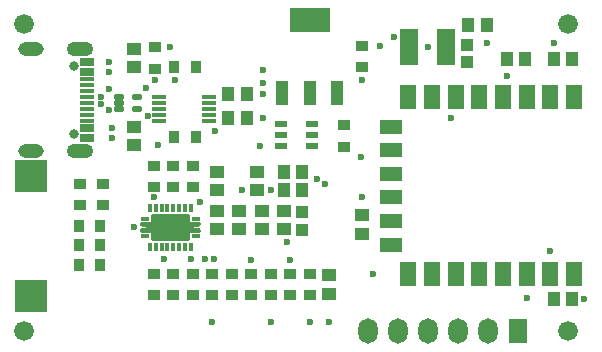
<source format=gts>
G04 Layer_Color=8388736*
%FSLAX25Y25*%
%MOIN*%
G70*
G01*
G75*
%ADD18R,0.04028X0.02197*%
%ADD48R,0.04528X0.01575*%
%ADD49R,0.04528X0.04331*%
%ADD50R,0.04134X0.03347*%
%ADD51R,0.04331X0.04528*%
%ADD52R,0.04331X0.04331*%
%ADD53R,0.05866X0.12480*%
%ADD54R,0.13189X0.07874*%
%ADD55R,0.04134X0.07874*%
G04:AMPARAMS|DCode=56|XSize=86.61mil|YSize=125.98mil|CornerRadius=4.97mil|HoleSize=0mil|Usage=FLASHONLY|Rotation=90.000|XOffset=0mil|YOffset=0mil|HoleType=Round|Shape=RoundedRectangle|*
%AMROUNDEDRECTD56*
21,1,0.08661,0.11604,0,0,90.0*
21,1,0.07667,0.12598,0,0,90.0*
1,1,0.00994,0.05802,0.03834*
1,1,0.00994,0.05802,-0.03834*
1,1,0.00994,-0.05802,-0.03834*
1,1,0.00994,-0.05802,0.03834*
%
%ADD56ROUNDEDRECTD56*%
G04:AMPARAMS|DCode=57|XSize=29.53mil|YSize=15.35mil|CornerRadius=4.94mil|HoleSize=0mil|Usage=FLASHONLY|Rotation=90.000|XOffset=0mil|YOffset=0mil|HoleType=Round|Shape=RoundedRectangle|*
%AMROUNDEDRECTD57*
21,1,0.02953,0.00548,0,0,90.0*
21,1,0.01965,0.01535,0,0,90.0*
1,1,0.00987,0.00274,0.00983*
1,1,0.00987,0.00274,-0.00983*
1,1,0.00987,-0.00274,-0.00983*
1,1,0.00987,-0.00274,0.00983*
%
%ADD57ROUNDEDRECTD57*%
G04:AMPARAMS|DCode=58|XSize=15.35mil|YSize=29.53mil|CornerRadius=4.94mil|HoleSize=0mil|Usage=FLASHONLY|Rotation=90.000|XOffset=0mil|YOffset=0mil|HoleType=Round|Shape=RoundedRectangle|*
%AMROUNDEDRECTD58*
21,1,0.01535,0.01965,0,0,90.0*
21,1,0.00548,0.02953,0,0,90.0*
1,1,0.00987,0.00983,0.00274*
1,1,0.00987,0.00983,-0.00274*
1,1,0.00987,-0.00983,-0.00274*
1,1,0.00987,-0.00983,0.00274*
%
%ADD58ROUNDEDRECTD58*%
%ADD59R,0.03347X0.04134*%
%ADD60R,0.05315X0.08465*%
%ADD61R,0.07283X0.04921*%
%ADD62R,0.05118X0.01772*%
%ADD63R,0.05118X0.02953*%
G04:AMPARAMS|DCode=64|XSize=31.89mil|YSize=17.72mil|CornerRadius=4.43mil|HoleSize=0mil|Usage=FLASHONLY|Rotation=0.000|XOffset=0mil|YOffset=0mil|HoleType=Round|Shape=RoundedRectangle|*
%AMROUNDEDRECTD64*
21,1,0.03189,0.00886,0,0,0.0*
21,1,0.02303,0.01772,0,0,0.0*
1,1,0.00886,0.01152,-0.00443*
1,1,0.00886,-0.01152,-0.00443*
1,1,0.00886,-0.01152,0.00443*
1,1,0.00886,0.01152,0.00443*
%
%ADD64ROUNDEDRECTD64*%
%ADD65R,0.06496X0.08465*%
%ADD66O,0.06496X0.08465*%
%ADD67C,0.01772*%
%ADD68R,0.10591X0.10591*%
%ADD69C,0.06591*%
%ADD70C,0.03150*%
%ADD71O,0.08858X0.04724*%
%ADD72O,0.08465X0.04528*%
%ADD73C,0.02362*%
G36*
X62452Y46932D02*
X62483Y46930D01*
X62514Y46926D01*
X62544Y46920D01*
X62574Y46913D01*
X62604Y46904D01*
X62633Y46894D01*
X62661Y46882D01*
X62689Y46869D01*
X62717Y46854D01*
X62743Y46838D01*
X62768Y46820D01*
X62793Y46801D01*
X62816Y46781D01*
X62839Y46760D01*
X62860Y46738D01*
X62880Y46714D01*
X62899Y46690D01*
X62916Y46664D01*
X62933Y46638D01*
X62947Y46611D01*
X62961Y46583D01*
X62973Y46554D01*
X62983Y46525D01*
X62992Y46495D01*
X62999Y46465D01*
X63004Y46435D01*
X63009Y46404D01*
X63011Y46373D01*
X63012Y46343D01*
Y44378D01*
X63012Y44378D01*
X63012Y44377D01*
X63012Y44377D01*
X63012Y44377D01*
X63012Y44377D01*
X63012Y44377D01*
X63012Y44377D01*
X63012Y44376D01*
X63012Y44376D01*
X63012Y44376D01*
X63012Y44376D01*
X63013Y44376D01*
X63013Y44376D01*
X63013Y44375D01*
X63013Y44375D01*
X63013Y44375D01*
X63013Y44375D01*
X63013Y44375D01*
X63014Y44375D01*
X63014Y44374D01*
X63014Y44374D01*
X63014Y44374D01*
X63014Y44374D01*
X63015Y44374D01*
X63015Y44374D01*
X63015Y44374D01*
X63015Y44374D01*
X63015Y44374D01*
X63016Y44374D01*
X63016Y44374D01*
X66063D01*
X66094Y44373D01*
X66125Y44371D01*
X66155Y44367D01*
X66186Y44361D01*
X66216Y44354D01*
X66246Y44345D01*
X66275Y44335D01*
X66303Y44323D01*
X66331Y44310D01*
X66358Y44295D01*
X66385Y44279D01*
X66410Y44261D01*
X66435Y44242D01*
X66458Y44222D01*
X66481Y44201D01*
X66502Y44179D01*
X66522Y44155D01*
X66541Y44131D01*
X66558Y44105D01*
X66574Y44079D01*
X66589Y44052D01*
X66602Y44024D01*
X66614Y43995D01*
X66625Y43966D01*
X66633Y43936D01*
X66641Y43906D01*
X66646Y43876D01*
X66650Y43845D01*
X66653Y43814D01*
X66654Y43784D01*
Y43370D01*
X66653Y43339D01*
X66650Y43309D01*
X66646Y43278D01*
X66641Y43248D01*
X66634Y43218D01*
X66625Y43189D01*
X66615Y43160D01*
X66603Y43132D01*
X66590Y43104D01*
X66575Y43077D01*
X66559Y43051D01*
X66541Y43025D01*
X66523Y43001D01*
X66503Y42978D01*
X66482Y42955D01*
X66460Y42934D01*
X66436Y42914D01*
X66412Y42895D01*
X66386Y42878D01*
X66360Y42862D01*
X66333Y42847D01*
X66306Y42834D01*
X66277Y42822D01*
X66248Y42812D01*
X66219Y42803D01*
X66189Y42796D01*
X66159Y42791D01*
X66128Y42787D01*
X66098Y42784D01*
X66067Y42783D01*
X64591D01*
Y42213D01*
X64591Y42212D01*
X64591Y42212D01*
X64591Y42212D01*
X64591Y42212D01*
X64591Y42212D01*
X64591Y42211D01*
X64591Y42211D01*
X64591Y42211D01*
X64591Y42211D01*
X64591Y42211D01*
X64591Y42210D01*
X64591Y42210D01*
X64591Y42210D01*
X64592Y42210D01*
X64592Y42210D01*
X64592Y42210D01*
X64592Y42210D01*
X64592Y42209D01*
X64592Y42209D01*
X64592Y42209D01*
X64593Y42209D01*
X64593Y42209D01*
X64593Y42209D01*
X64593Y42209D01*
X64593Y42209D01*
X64594Y42209D01*
X64594Y42209D01*
X64594Y42209D01*
X64594Y42209D01*
X66063D01*
X66094Y42208D01*
X66125Y42205D01*
X66155Y42201D01*
X66186Y42196D01*
X66216Y42189D01*
X66246Y42180D01*
X66275Y42169D01*
X66303Y42158D01*
X66331Y42144D01*
X66358Y42129D01*
X66385Y42113D01*
X66410Y42096D01*
X66435Y42077D01*
X66458Y42057D01*
X66481Y42036D01*
X66502Y42013D01*
X66522Y41990D01*
X66541Y41965D01*
X66558Y41940D01*
X66574Y41913D01*
X66589Y41886D01*
X66602Y41858D01*
X66614Y41830D01*
X66625Y41801D01*
X66633Y41771D01*
X66641Y41741D01*
X66646Y41710D01*
X66650Y41680D01*
X66653Y41649D01*
X66654Y41618D01*
Y41201D01*
X66653Y41170D01*
X66650Y41140D01*
X66646Y41110D01*
X66641Y41080D01*
X66634Y41050D01*
X66625Y41021D01*
X66615Y40992D01*
X66603Y40964D01*
X66590Y40936D01*
X66575Y40909D01*
X66559Y40883D01*
X66542Y40858D01*
X66524Y40834D01*
X66504Y40811D01*
X66483Y40789D01*
X66461Y40768D01*
X66438Y40748D01*
X66413Y40729D01*
X66388Y40712D01*
X66362Y40696D01*
X66335Y40682D01*
X66308Y40668D01*
X66280Y40657D01*
X66251Y40647D01*
X66222Y40638D01*
X66192Y40631D01*
X66162Y40625D01*
X66132Y40621D01*
X66101Y40619D01*
X66071Y40618D01*
X63016D01*
Y38658D01*
X63015Y38626D01*
X63012Y38595D01*
X63008Y38564D01*
X63003Y38533D01*
X62995Y38503D01*
X62986Y38473D01*
X62976Y38443D01*
X62964Y38414D01*
X62950Y38386D01*
X62936Y38358D01*
X62919Y38331D01*
X62902Y38306D01*
X62882Y38281D01*
X62862Y38257D01*
X62840Y38234D01*
X62818Y38213D01*
X62794Y38192D01*
X62769Y38173D01*
X62743Y38156D01*
X62717Y38139D01*
X62689Y38124D01*
X62661Y38111D01*
X62632Y38099D01*
X62602Y38088D01*
X62572Y38079D01*
X62542Y38072D01*
X62511Y38066D01*
X62480Y38062D01*
X62449Y38060D01*
X62417Y38059D01*
X50807D01*
X50776Y38060D01*
X50744Y38062D01*
X50713Y38066D01*
X50683Y38072D01*
X50652Y38079D01*
X50622Y38088D01*
X50593Y38099D01*
X50564Y38111D01*
X50535Y38124D01*
X50508Y38139D01*
X50481Y38156D01*
X50455Y38173D01*
X50431Y38192D01*
X50407Y38213D01*
X50384Y38234D01*
X50362Y38257D01*
X50342Y38281D01*
X50323Y38306D01*
X50305Y38331D01*
X50289Y38358D01*
X50274Y38386D01*
X50260Y38414D01*
X50248Y38443D01*
X50238Y38473D01*
X50229Y38503D01*
X50222Y38533D01*
X50216Y38564D01*
X50212Y38595D01*
X50209Y38626D01*
X50209Y38658D01*
Y40614D01*
X50209Y40614D01*
X50209Y40615D01*
X50209Y40615D01*
X50209Y40615D01*
X50208Y40615D01*
X50208Y40615D01*
X50208Y40616D01*
X50208Y40616D01*
X50208Y40616D01*
X50208Y40616D01*
X50208Y40616D01*
X50208Y40617D01*
X50208Y40617D01*
X50208Y40617D01*
X50208Y40617D01*
X50207Y40617D01*
X50207Y40617D01*
X50207Y40617D01*
X50207Y40617D01*
X50207Y40618D01*
X50207Y40618D01*
X50206Y40618D01*
X50206Y40618D01*
X50206Y40618D01*
X50206Y40618D01*
X50205Y40618D01*
X50205Y40618D01*
X50205Y40618D01*
X50205Y40618D01*
X50205Y40618D01*
X47161D01*
X47130Y40619D01*
X47099Y40621D01*
X47068Y40626D01*
X47037Y40631D01*
X47006Y40639D01*
X46977Y40647D01*
X46947Y40658D01*
X46918Y40670D01*
X46890Y40683D01*
X46862Y40698D01*
X46836Y40715D01*
X46810Y40732D01*
X46785Y40751D01*
X46761Y40772D01*
X46738Y40793D01*
X46717Y40816D01*
X46696Y40840D01*
X46677Y40865D01*
X46659Y40891D01*
X46643Y40917D01*
X46628Y40945D01*
X46615Y40973D01*
X46603Y41002D01*
X46592Y41032D01*
X46583Y41062D01*
X46576Y41092D01*
X46570Y41123D01*
X46566Y41154D01*
X46564Y41185D01*
X46563Y41216D01*
Y41610D01*
X46564Y41642D01*
X46566Y41673D01*
X46570Y41704D01*
X46576Y41735D01*
X46583Y41765D01*
X46592Y41795D01*
X46603Y41825D01*
X46615Y41854D01*
X46628Y41882D01*
X46643Y41909D01*
X46659Y41936D01*
X46677Y41962D01*
X46696Y41987D01*
X46717Y42011D01*
X46738Y42033D01*
X46761Y42055D01*
X46785Y42075D01*
X46810Y42094D01*
X46836Y42112D01*
X46862Y42129D01*
X46890Y42143D01*
X46918Y42157D01*
X46947Y42169D01*
X46977Y42179D01*
X47006Y42188D01*
X47037Y42196D01*
X47068Y42201D01*
X47099Y42205D01*
X47130Y42208D01*
X47161Y42209D01*
X48630D01*
Y42783D01*
X47154D01*
X47123Y42784D01*
X47092Y42787D01*
X47061Y42791D01*
X47031Y42796D01*
X47001Y42804D01*
X46971Y42812D01*
X46942Y42823D01*
X46913Y42834D01*
X46885Y42848D01*
X46858Y42863D01*
X46832Y42879D01*
X46806Y42896D01*
X46782Y42915D01*
X46758Y42935D01*
X46736Y42956D01*
X46715Y42979D01*
X46695Y43002D01*
X46676Y43027D01*
X46658Y43052D01*
X46642Y43079D01*
X46627Y43106D01*
X46614Y43134D01*
X46602Y43162D01*
X46592Y43191D01*
X46583Y43221D01*
X46576Y43251D01*
X46570Y43282D01*
X46566Y43312D01*
X46564Y43343D01*
X46563Y43374D01*
Y43780D01*
X46564Y43811D01*
X46566Y43842D01*
X46570Y43872D01*
X46576Y43903D01*
X46583Y43933D01*
X46592Y43963D01*
X46602Y43993D01*
X46614Y44021D01*
X46628Y44049D01*
X46643Y44077D01*
X46659Y44103D01*
X46676Y44129D01*
X46696Y44154D01*
X46716Y44177D01*
X46737Y44200D01*
X46760Y44221D01*
X46783Y44241D01*
X46808Y44260D01*
X46834Y44278D01*
X46860Y44294D01*
X46888Y44309D01*
X46916Y44323D01*
X46944Y44335D01*
X46974Y44345D01*
X47004Y44354D01*
X47034Y44361D01*
X47065Y44367D01*
X47095Y44371D01*
X47126Y44373D01*
X47157Y44374D01*
X50205D01*
Y46335D01*
X50205Y46366D01*
X50208Y46397D01*
X50212Y46428D01*
X50218Y46459D01*
X50225Y46490D01*
X50234Y46520D01*
X50244Y46549D01*
X50257Y46578D01*
X50270Y46606D01*
X50285Y46634D01*
X50301Y46661D01*
X50319Y46686D01*
X50338Y46711D01*
X50358Y46735D01*
X50380Y46758D01*
X50403Y46779D01*
X50427Y46800D01*
X50451Y46819D01*
X50477Y46837D01*
X50504Y46853D01*
X50532Y46868D01*
X50560Y46881D01*
X50589Y46893D01*
X50618Y46904D01*
X50648Y46913D01*
X50679Y46920D01*
X50709Y46926D01*
X50741Y46930D01*
X50772Y46932D01*
X50803Y46933D01*
X62421D01*
X62452Y46932D01*
D02*
G37*
D18*
X93313Y76987D02*
D03*
Y73247D02*
D03*
Y69507D02*
D03*
X103841D02*
D03*
Y73247D02*
D03*
Y76987D02*
D03*
D48*
X52681Y85937D02*
D03*
Y83969D02*
D03*
Y82000D02*
D03*
Y80032D02*
D03*
Y78063D02*
D03*
X69319D02*
D03*
Y80032D02*
D03*
Y82000D02*
D03*
Y83969D02*
D03*
Y85937D02*
D03*
D49*
X120500Y46551D02*
D03*
Y40449D02*
D03*
X109500Y26551D02*
D03*
Y20449D02*
D03*
X85500Y54949D02*
D03*
Y61051D02*
D03*
X72197D02*
D03*
Y54949D02*
D03*
X94500Y48051D02*
D03*
Y41949D02*
D03*
X87000Y48051D02*
D03*
Y41949D02*
D03*
X79500D02*
D03*
Y48051D02*
D03*
X72197Y41949D02*
D03*
Y48051D02*
D03*
X44626Y76051D02*
D03*
Y69949D02*
D03*
X44626Y95949D02*
D03*
Y102051D02*
D03*
D50*
X51500Y102543D02*
D03*
Y95457D02*
D03*
X120500Y95957D02*
D03*
Y103043D02*
D03*
X114500Y69457D02*
D03*
Y76543D02*
D03*
X103000Y19957D02*
D03*
Y27043D02*
D03*
X96500Y19957D02*
D03*
Y27043D02*
D03*
X90000Y19957D02*
D03*
Y27043D02*
D03*
X83500Y20000D02*
D03*
Y27087D02*
D03*
X77000Y20000D02*
D03*
Y27087D02*
D03*
X70500Y19957D02*
D03*
Y27043D02*
D03*
X57500Y55957D02*
D03*
Y63043D02*
D03*
Y27043D02*
D03*
Y19957D02*
D03*
X51000Y55957D02*
D03*
Y63043D02*
D03*
X51000Y27043D02*
D03*
Y19957D02*
D03*
X64000Y55957D02*
D03*
Y63043D02*
D03*
Y27043D02*
D03*
Y19957D02*
D03*
X34000Y57087D02*
D03*
Y50000D02*
D03*
X26500Y57087D02*
D03*
Y50000D02*
D03*
D51*
X162051Y110000D02*
D03*
X155949D02*
D03*
X190551Y18500D02*
D03*
X184449D02*
D03*
X168717Y98500D02*
D03*
X174819D02*
D03*
X184449D02*
D03*
X190551D02*
D03*
X94449Y61000D02*
D03*
X100551D02*
D03*
Y55000D02*
D03*
X94449D02*
D03*
X82000Y87000D02*
D03*
X75898D02*
D03*
X82000Y79000D02*
D03*
X75898D02*
D03*
D52*
X155500Y103354D02*
D03*
Y97646D02*
D03*
X100551Y47500D02*
D03*
Y41791D02*
D03*
D53*
X148343Y102500D02*
D03*
X136216D02*
D03*
D54*
X103000Y111705D02*
D03*
D55*
X112055Y87295D02*
D03*
X103000D02*
D03*
X93945D02*
D03*
D56*
X56610Y42496D02*
D03*
D57*
X49720Y48992D02*
D03*
X51689D02*
D03*
X53658D02*
D03*
X63500D02*
D03*
X61532D02*
D03*
X59563D02*
D03*
X57595D02*
D03*
X55626D02*
D03*
X49720Y36000D02*
D03*
X51689D02*
D03*
X53658D02*
D03*
X63500D02*
D03*
X61532D02*
D03*
X59563D02*
D03*
X57595D02*
D03*
X55626D02*
D03*
D58*
X65075Y45449D02*
D03*
Y39543D02*
D03*
X48146Y45449D02*
D03*
Y39543D02*
D03*
D59*
X33291Y30000D02*
D03*
X26205D02*
D03*
X33291Y36500D02*
D03*
X26205D02*
D03*
X33291Y43000D02*
D03*
X26205D02*
D03*
X57957Y72500D02*
D03*
X65043D02*
D03*
X57957Y96000D02*
D03*
X65043D02*
D03*
D60*
X191059Y85967D02*
D03*
X183185D02*
D03*
X175311D02*
D03*
X167437D02*
D03*
X159563D02*
D03*
X151689D02*
D03*
X143815D02*
D03*
X135941D02*
D03*
Y26912D02*
D03*
X143815D02*
D03*
X151689D02*
D03*
X159563D02*
D03*
X167437D02*
D03*
X175311D02*
D03*
X183185D02*
D03*
X191059D02*
D03*
D61*
X130035Y76124D02*
D03*
Y68250D02*
D03*
Y60376D02*
D03*
Y52502D02*
D03*
Y44628D02*
D03*
Y36754D02*
D03*
D62*
X28721Y91890D02*
D03*
Y89921D02*
D03*
Y87953D02*
D03*
Y78110D02*
D03*
Y80079D02*
D03*
Y82047D02*
D03*
Y85984D02*
D03*
Y84016D02*
D03*
D63*
Y75551D02*
D03*
Y94449D02*
D03*
Y72402D02*
D03*
Y97598D02*
D03*
D64*
X45394Y85984D02*
D03*
Y82047D02*
D03*
X39606D02*
D03*
Y84016D02*
D03*
Y85984D02*
D03*
D65*
X172575Y8000D02*
D03*
D66*
X162575D02*
D03*
X152575D02*
D03*
X142575D02*
D03*
X132575D02*
D03*
X122575D02*
D03*
D67*
X51591Y42496D02*
D03*
X61630D02*
D03*
X54543Y45547D02*
D03*
Y39445D02*
D03*
Y42496D02*
D03*
X58677Y45547D02*
D03*
Y39445D02*
D03*
Y42496D02*
D03*
D68*
X10000Y59500D02*
D03*
Y19500D02*
D03*
D69*
X7874Y110236D02*
D03*
Y7874D02*
D03*
X188976D02*
D03*
Y110236D02*
D03*
D70*
X24488Y96378D02*
D03*
Y73622D02*
D03*
D71*
X26457Y67992D02*
D03*
Y102008D02*
D03*
D72*
X10000Y67992D02*
D03*
Y102008D02*
D03*
D73*
X36000Y81484D02*
D03*
X33500Y86000D02*
D03*
X36000Y88500D02*
D03*
X33500Y83500D02*
D03*
X49000Y79500D02*
D03*
X51500Y91500D02*
D03*
X48500Y89000D02*
D03*
X108000Y57000D02*
D03*
X131000Y106000D02*
D03*
X126457Y103043D02*
D03*
X87500Y90500D02*
D03*
X95500Y37500D02*
D03*
X105500Y58500D02*
D03*
X150000Y79000D02*
D03*
X183185Y34685D02*
D03*
X86500Y69500D02*
D03*
X103000Y11000D02*
D03*
X90000D02*
D03*
X120500Y91500D02*
D03*
X120000Y66000D02*
D03*
X56500Y102500D02*
D03*
X63500Y32000D02*
D03*
X52500Y70000D02*
D03*
X58000Y91500D02*
D03*
X70500Y11000D02*
D03*
X90000Y55000D02*
D03*
X80500D02*
D03*
X71500Y74500D02*
D03*
X36051Y97598D02*
D03*
X36000Y94449D02*
D03*
X68000Y32000D02*
D03*
X83500Y31500D02*
D03*
X37000Y72402D02*
D03*
Y75500D02*
D03*
X142500Y102500D02*
D03*
X162051Y104000D02*
D03*
X184449D02*
D03*
X168717Y93000D02*
D03*
X120500Y52502D02*
D03*
X44500Y42500D02*
D03*
X124000Y26912D02*
D03*
X109500Y11000D02*
D03*
X194500Y18500D02*
D03*
X175311Y19000D02*
D03*
X87500Y95000D02*
D03*
Y87000D02*
D03*
Y79000D02*
D03*
X96500Y31500D02*
D03*
X66500Y51000D02*
D03*
X54500Y32000D02*
D03*
X71000D02*
D03*
X51000Y52500D02*
D03*
M02*

</source>
